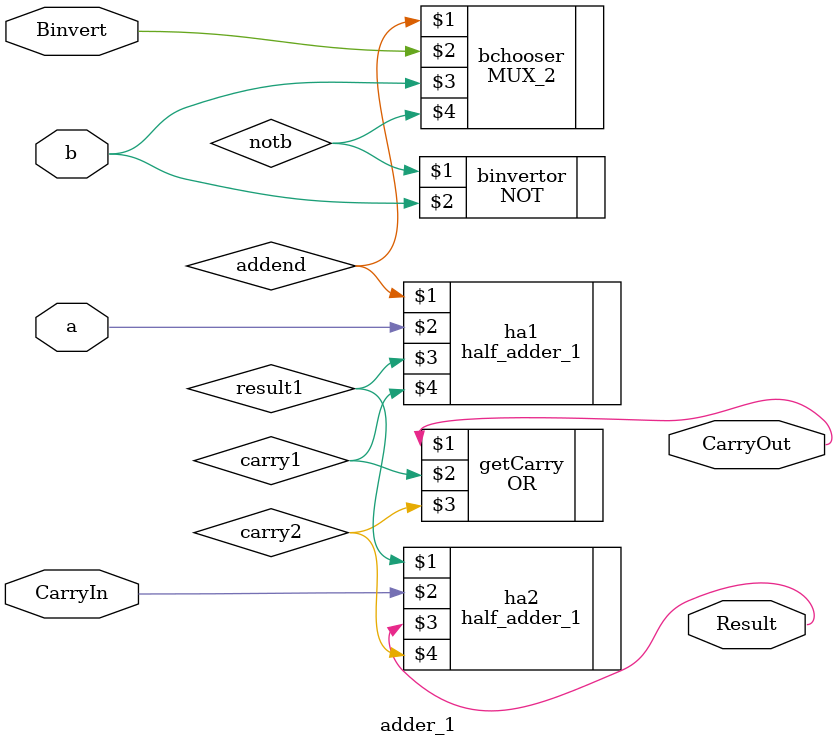
<source format=v>
module adder_1(a, b, CarryIn, Binvert, Result, CarryOut);

	// Define inputs and outputs
	input a, b, CarryIn, Binvert;
	output Result, CarryOut;
	wire a, b, CarryIn, Binvert, Result, CarryOut;
	
	// These are the internal wires in the adder.
	wire notb;		// inverted b
	wire addend;	// b or not b, depending on Binvert
	wire result1;	// result from first half-adder
	wire result2;	// result from second half-adder
	wire carry1;	// CarryOut from first half-adder
	wire carry2;	// CarryOut from second half-adder
	
	// The internal components of the adder do the actual work
	NOT binvertor(notb, b);
	MUX_2 bchooser(addend, Binvert, b, notb);
	half_adder_1 ha1(addend, a, result1, carry1);
	half_adder_1 ha2(result1, CarryIn, Result, carry2);
	OR getCarry(CarryOut, carry1, carry2);
	
endmodule

</source>
